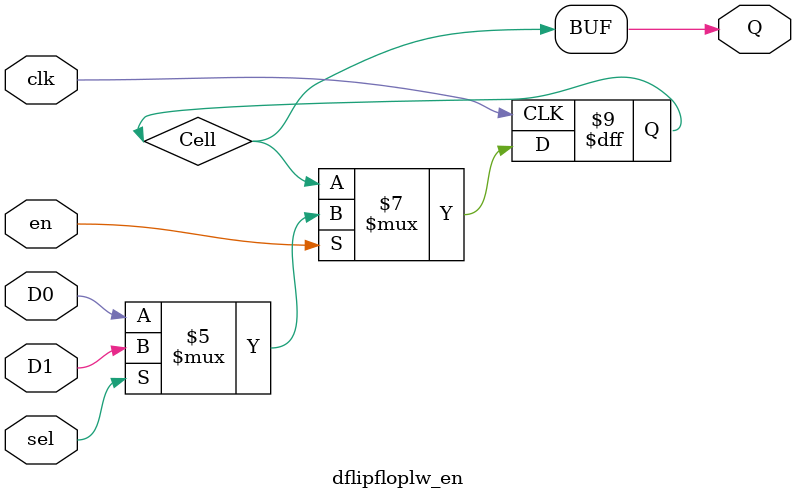
<source format=v>
`timescale 1ns / 1ps

/*
* -----------------------------------------------------------------
* COMPANY : Ruhr University Bochum
* AUTHOR  : Amir Moradi (amir.moradi@rub.de) Aein Rezaei Shahmirzadi (aein.rezaeishahmirzadi@rub.de)
* DOCUMENT: https://doi.org/10.46586/tches.v2021.i1.305-342
* -----------------------------------------------------------------
*
* Copyright (c) 2020, Amir Moradi, Aein Rezaei Shahmirzadi
*
* All rights reserved.
*
* THIS SOFTWARE IS PROVIDED BY THE COPYRIGHT HOLDERS AND CONTRIBUTORS "AS IS" AND
* ANY EXPRESS OR IMPLIED WARRANTIES, INCLUDING, BUT NOT LIMITED TO, THE IMPLIED
* WARRANTIES OF MERCHANTABILITY AND FITNESS FOR A PARTICULAR PURPOSE ARE
* DISCLAIMED. IN NO EVENT SHALL THE COPYRIGHT HOLDER OR CONTRIBUTERS BE LIABLE FOR ANY
* DIRECT, INDIRECT, INCIDENTAL, SPECIAL, EXEMPLARY, OR CONSEQUENTIAL DAMAGES
* (INCLUDING, BUT NOT LIMITED TO, PROCUREMENT OF SUBSTITUTE GOODS OR SERVICES;
* LOSS OF USE, DATA, OR PROFITS; OR BUSINESS INTERRUPTION) HOWEVER CAUSED AND
* ON ANY THEORY OF LIABILITY, WHETHER IN CONTRACT, STRICT LIABILITY, OR TORT
* (INCLUDING NEGLIGENCE OR OTHERWISE) ARISING IN ANY WAY OUT OF THE USE OF THIS
* SOFTWARE, EVEN IF ADVISED OF THE POSSIBILITY OF SUCH DAMAGE.
*
* Please see LICENSE and README for license and further instructions.
*/

module dflipfloplw_en (clk, en, sel, D0, D1, Q);
	input  clk, en, sel, D0, D1;
	output Q;
	
	reg Cell;


//	HDSDFPQ1 SFFInst ( .D(D0), .SD(D1), .SE(sel), .CK(clk), .Q(Q) );

	always @(posedge clk) 
	begin
		if (en == 1'b1)
		begin
			if(sel == 1'b1)
				Cell <= D1;
			else 
				Cell <= D0;
		end		
	end 
	
	assign Q=Cell;

endmodule 


</source>
